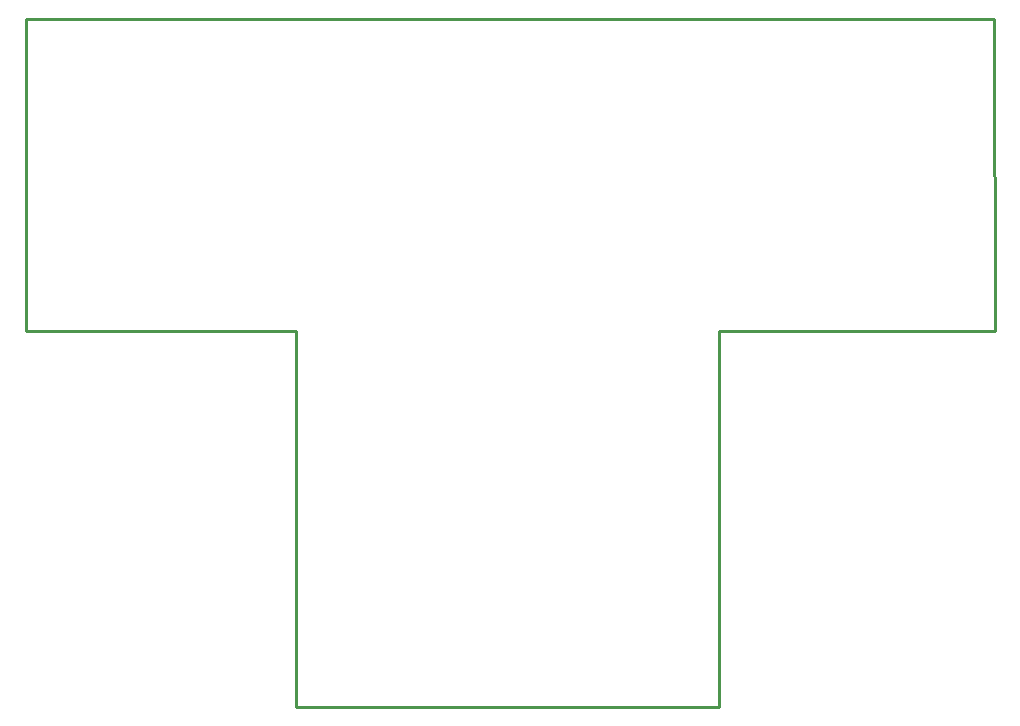
<source format=gko>
G04 Layer: BoardOutline*
G04 EasyEDA v6.4.7, 2020-12-06T11:07:03+08:00*
G04 Gerber Generator version 0.2*
G04 Scale: 100 percent, Rotated: No, Reflected: No *
G04 Dimensions in millimeters *
G04 leading zeros omitted , absolute positions ,3 integer and 3 decimal *
%FSLAX33Y33*%
%MOMM*%
G90*
D02*

%ADD10C,0.254000*%
G54D10*
G01X0Y58293D02*
G01X81998Y58293D01*
G01X82042Y31877D01*
G01X58674Y31877D01*
G01X58674Y0D01*
G01X22860Y0D01*
G01X22860Y31877D01*
G01X0Y31877D01*
G01X0Y58293D01*

%LPD*%
M00*
M02*

</source>
